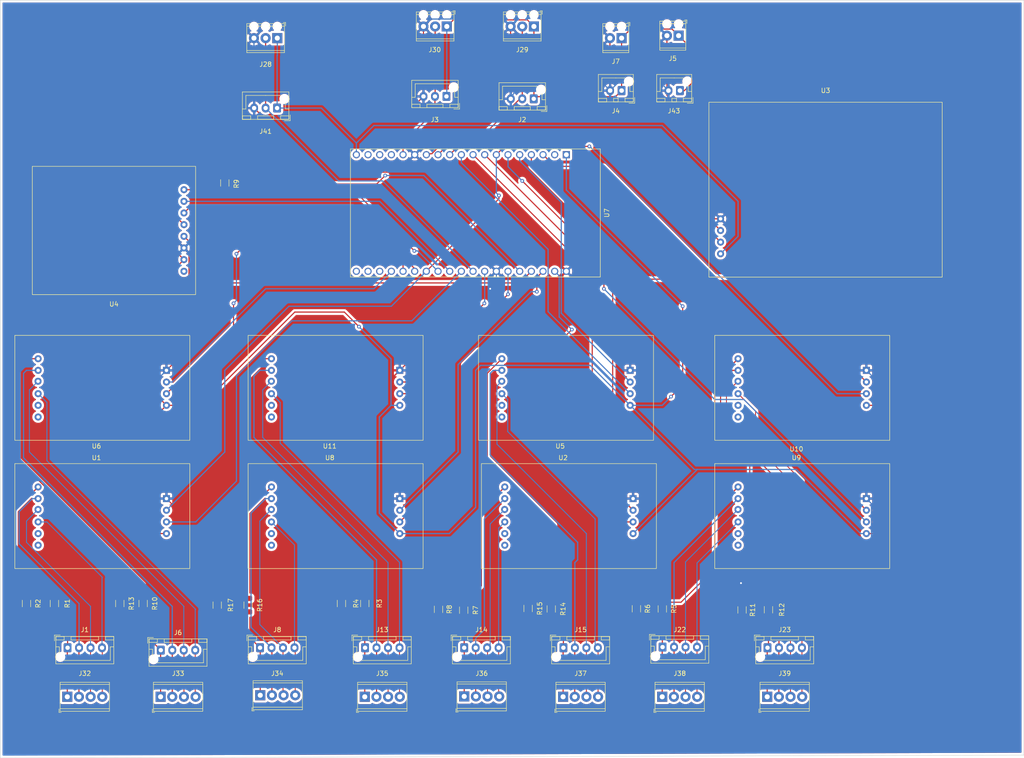
<source format=kicad_pcb>
(kicad_pcb (version 20211014) (generator pcbnew)
  (layers (0 "F.Cu" signal) (31 "B.Cu" signal) (34 "B.Paste" user) (35 "F.Paste" user) (36 "B.SilkS" user "B.Silkscreen") (37 "F.SilkS" user "F.Silkscreen") (38 "B.Mask" user) (39 "F.Mask" user) (44 "Edge.Cuts" user))
  (net 0 "")
  (net 1 "out1")
  (net 2 "u1")
  (net 3 "A1+")
  (net 4 "A1-")
  (net 5 "GND")
  (net 6 "IO19")
  (net 7 "Lipo")
  (net 8 "IO5")
  (net 9 "out2")
  (net 10 "u2")
  (net 11 "A2+")
  (net 12 "A2-")
  (net 13 "out3")
  (net 14 "u3")
  (net 15 "A3+")
  (net 16 "A3-")
  (net 17 "out4")
  (net 18 "u4")
  (net 19 "A4+")
  (net 20 "A4-")
  (net 21 "out5")
  (net 22 "u5")
  (net 23 "A5+")
  (net 24 "A5-")
  (net 25 "out6")
  (net 26 "u6")
  (net 27 "A6+")
  (net 28 "A6-")
  (net 29 "out7")
  (net 30 "u7")
  (net 31 "A7+")
  (net 32 "A7-")
  (net 33 "out8")
  (net 34 "u8")
  (net 35 "A8+")
  (net 36 "A8-")
  (net 37 "IO18")
  (net 38 "IO21")
  (net 39 "Net-(R1-Pad2)")
  (net 40 "Net-(R3-Pad2)")
  (net 41 "Net-(R5-Pad2)")
  (net 42 "+3V3")
  (net 43 "IO16")
  (net 44 "Net-(R10-Pad2)")
  (net 45 "Net-(R12-Pad2)")
  (net 46 "Net-(R14-Pad2)")
  (net 47 "Net-(R16-Pad2)")
  (net 49 "+5V")
  (net 50 "IO36")
  (net 51 "IO39")
  (net 52 "IO34")
  (net 53 "IO35")
  (net 54 "IO32")
  (net 55 "IO33")
  (net 56 "IO25")
  (net 57 "IO26")
  (net 58 "IO27")
  (net 59 "IO14")
  (net 60 "IO12")
  (net 61 "IO13")
  (net 65 "IO23")
  (net 66 "IO22")
  (net 67 "SCK{slash}CLK")
  (net 68 "SDO{slash}SD0")
  (net 69 "IO17")
  (net 70 "SDI{slash}SD1")
  (net 71 "IO2")
  (net 72 "IO15")
  (net 93 "Net-(R7-Pad2)")
  (footprint "Ellie_Project_Footprints:HX711_Breakout_Board" (layer "F.Cu") (at 90.805 127)
    (fp_text reference "U8")
    (fp_text value "HX711_Breakout")
  )
  (footprint "Resistor_SMD:R_1206_3216Metric" (layer "F.Cu") (at 133.985 145.8575 -90)
    (fp_text reference "R15")
    (fp_text value "470")
  )
  (footprint "Connector_JST:JST_XH_B3B-XH-AM_1x03_P2.50mm_Vertical" (layer "F.Cu") (at 116.205 34.29 180)
    (fp_text reference "J3")
    (fp_text value "Servo Conn 3")
  )
  (footprint "Connector_JST:JST_XH_B4B-XH-AM_1x04_P2.50mm_Vertical" (layer "F.Cu") (at 186.11 154.415)
    (fp_text reference "J23")
    (fp_text value "Load Cell 8.1")
  )
  (footprint "TerminalBlock_Phoenix:TerminalBlock_Phoenix_MPT-0,5-4-2.54_1x04_P2.54mm_Horizontal" (layer "F.Cu") (at 53.97 165.1)
    (fp_text reference "J33")
    (fp_text value "Load Cell 2.2")
  )
  (footprint "Ellie_Project_Footprints:HX711_Breakout_Board" (layer "F.Cu") (at 192.405 99.06)
    (fp_text reference "U10")
    (fp_text value "HX711_Breakout")
  )
  (footprint "Ellie_Project_Footprints:HX711_Breakout_Board" (layer "F.Cu") (at 40.005 99.06)
    (fp_text reference "U6")
    (fp_text value "HX711_Breakout")
  )
  (footprint "Resistor_SMD:R_1206_3216Metric" (layer "F.Cu") (at 93.345 144.78 -90)
    (fp_text reference "R4")
    (fp_text value "470")
  )
  (footprint "TerminalBlock_Phoenix:TerminalBlock_Phoenix_MPT-0,5-4-2.54_1x04_P2.54mm_Horizontal" (layer "F.Cu") (at 120.077983 165.019965)
    (fp_text reference "J36")
    (fp_text value "Load Cell 5.2")
  )
  (footprint "Resistor_SMD:R_1206_3216Metric" (layer "F.Cu") (at 66.296168 145.129426 -90)
    (fp_text reference "R17")
    (fp_text value "470")
  )
  (footprint "Connector_JST:JST_XH_B4B-XH-AM_1x04_P2.50mm_Vertical" (layer "F.Cu") (at 54.01 154.94)
    (fp_text reference "J6")
    (fp_text value "Load Cell 2.1")
  )
  (footprint "ESP32-DEVKITC-32D:MODULE_ESP32-DEVKITC-32D" (layer "F.Cu") (at 122.555 59.69 -90)
    (fp_text reference "U7")
    (fp_text value "ESP32-DEVKITC-32D")
  )
  (footprint "Resistor_SMD:R_1206_3216Metric" (layer "F.Cu") (at 30.85 144.78 90)
    (fp_text reference "R1")
    (fp_text value "820")
  )
  (footprint "Ellie_Project_Footprints:HX711_Breakout_Board" (layer "F.Cu") (at 90.805 99.06)
    (fp_text reference "U11")
    (fp_text value "HX711_Breakout")
  )
  (footprint "Resistor_SMD:R_1206_3216Metric" (layer "F.Cu") (at 186.323986 146.139662 90)
    (fp_text reference "R12")
    (fp_text value "820")
  )
  (footprint "Connector_JST:JST_XH_B3B-XH-AM_1x03_P2.50mm_Vertical" (layer "F.Cu") (at 79.335 36.83 180)
    (fp_text reference "J41")
    (fp_text value "Flow Meter Conn 1")
  )
  (footprint "Resistor_SMD:R_1206_3216Metric" (layer "F.Cu") (at 98.425 144.78 90)
    (fp_text reference "R3")
    (fp_text value "820")
  )
  (footprint "Ellie_Project_Footprints:HX711_Breakout_Board" (layer "F.Cu") (at 140.97 99.06)
    (fp_text reference "U5")
    (fp_text value "HX711_Breakout")
  )
  (footprint "Resistor_SMD:R_1206_3216Metric" (layer "F.Cu") (at 67.945 53.1475 -90)
    (fp_text reference "R9")
    (fp_text value "10k")
  )
  (footprint "Ellie_Project_Footprints:HX711_Breakout_Board" (layer "F.Cu") (at 192.405 127)
    (fp_text reference "U9")
    (fp_text value "HX711_Breakout")
  )
  (footprint "Resistor_SMD:R_1206_3216Metric" (layer "F.Cu") (at 163.21089 145.960337 90)
    (fp_text reference "R5")
    (fp_text value "820")
  )
  (footprint "Connector_JST:JST_XH_B3B-XH-AM_1x03_P2.50mm_Vertical" (layer "F.Cu") (at 135.215 34.815 180)
    (fp_text reference "J2")
    (fp_text value "Servo Conn 1")
  )
  (footprint "Connector_JST:JST_XH_B4B-XH-AM_1x04_P2.50mm_Vertical" (layer "F.Cu") (at 163.265 154.270536)
    (fp_text reference "J22")
    (fp_text value "Load Cell 7.1")
  )
  (footprint "Resistor_SMD:R_1206_3216Metric" (layer "F.Cu") (at 50.165 144.78 90)
    (fp_text reference "R10")
    (fp_text value "820")
  )
  (footprint "TerminalBlock_Phoenix:TerminalBlock_Phoenix_MPT-0,5-4-2.54_1x04_P2.54mm_Horizontal" (layer "F.Cu") (at 163.185 165.1)
    (fp_text reference "J38")
    (fp_text value "Load Cell 7.2")
  )
  (footprint "Resistor_SMD:R_1206_3216Metric" (layer "F.Cu") (at 139.028114 145.963053 90)
    (fp_text reference "R14")
    (fp_text value "820")
  )
  (footprint "Ellie_Project_Footprints:HX711_Breakout_Board" (layer "F.Cu") (at 141.605 127)
    (fp_text reference "U2")
    (fp_text value "HX711_Breakout")
  )
  (footprint "TerminalBlock_Phoenix:TerminalBlock_Phoenix_MPT-0,5-2-2.54_1x02_P2.54mm_Horizontal" (layer "F.Cu") (at 154.345 21.59 180)
    (fp_text reference "J7")
    (fp_text value "NC Conn 2")
  )
  (footprint "TerminalBlock_Phoenix:TerminalBlock_Phoenix_MPT-0,5-2-2.54_1x02_P2.54mm_Horizontal" (layer "F.Cu") (at 166.755 21.05 180)
    (fp_text reference "J5")
    (fp_text value "NC Conn 2")
  )
  (footprint "Connector_JST:JST_XH_B4B-XH-AM_1x04_P2.50mm_Vertical" (layer "F.Cu") (at 75.62 154.415)
    (fp_text reference "J8")
    (fp_text value "Load Cell 3.1")
  )
  (footprint "TerminalBlock_Phoenix:TerminalBlock_Phoenix_MPT-0,5-4-2.54_1x04_P2.54mm_Horizontal" (layer "F.Cu") (at 75.665656 164.765581)
    (fp_text reference "J34")
    (fp_text value "Load Cell 3.2")
  )
  (footprint "TerminalBlock_Phoenix:TerminalBlock_Phoenix_MPT-0,5-4-2.54_1x04_P2.54mm_Horizontal" (layer "F.Cu") (at 98.425 165.1)
    (fp_text reference "J35")
    (fp_text value "Load Cell 4.2")
  )
  (footprint "Connector_JST:JST_XH_B2B-XH-AM_1x02_P2.50mm_Vertical" (layer "F.Cu") (at 167.045 33.02 180)
    (fp_text reference "J43")
    (fp_text value "NC Conn")
  )
  (footprint "Resistor_SMD:R_1206_3216Metric" (layer "F.Cu") (at 73.025 145.129426 90)
    (fp_text reference "R16")
    (fp_text value "820")
  )
  (footprint "Resistor_SMD:R_1206_3216Metric" (layer "F.Cu") (at 157.5674 145.923452 -90)
    (fp_text reference "R6")
    (fp_text value "470")
  )
  (footprint "TerminalBlock_Phoenix:TerminalBlock_Phoenix_MPT-0,5-4-2.54_1x04_P2.54mm_Horizontal" (layer "F.Cu") (at 186.045 165.1)
    (fp_text reference "J39")
    (fp_text value "Load Cell 8.2")
  )
  (footprint "Resistor_SMD:R_1206_3216Metric" (layer "F.Cu") (at 24.765 144.78 -90)
    (fp_text reference "R2")
    (fp_text value "470")
  )
  (footprint "Connector_JST:JST_XH_B4B-XH-AM_1x04_P2.50mm_Vertical" (layer "F.Cu") (at 120.075 154.415)
    (fp_text reference "J14")
    (fp_text value "Load Cell 5.1")
  )
  (footprint "Ellie_Project_Footprints:Relay_Breakout" (layer "F.Cu") (at 198.755 55.88 180)
    (fp_text reference "U3")
    (fp_text value "Relay_Board")
  )
  (footprint "Connector_JST:JST_XH_B2B-XH-AM_1x02_P2.50mm_Vertical" (layer "F.Cu") (at 154.345 33.02 180)
    (fp_text reference "J4")
    (fp_text value "NC Conn")
  )
  (footprint "Resistor_SMD:R_1206_3216Metric" (layer "F.Cu") (at 114.480658 146.048492 -90)
    (fp_text reference "R8")
    (fp_text value "470")
  )
  (footprint "Resistor_SMD:R_1206_3216Metric" (layer "F.Cu") (at 119.964311 146.233547 90)
    (fp_text reference "R7")
    (fp_text value "820")
  )
  (footprint "TerminalBlock_Phoenix:TerminalBlock_Phoenix_MPT-0,5-3-2.54_1x03_P2.54mm_Horizontal" (layer "F.Cu") (at 79.375 21.59 180)
    (fp_text reference "J28")
    (fp_text value "Flow Meter Conn 2")
  )
  (footprint "Ellie_Project_Footprints:HX711_Breakout_Board" (layer "F.Cu") (at 40.005 127)
    (fp_text reference "U1")
    (fp_text value "HX711_Breakout")
  )
  (footprint "TerminalBlock_Phoenix:TerminalBlock_Phoenix_MPT-0,5-3-2.54_1x03_P2.54mm_Horizontal" (layer "F.Cu") (at 135.255 19.05 180)
    (fp_text reference "J29")
    (fp_text value "Servo Conn 2")
  )
  (footprint "Resistor_SMD:R_1206_3216Metric" (layer "F.Cu") (at 45.085 144.78 -90)
    (fp_text reference "R13")
    (fp_text value "470")
  )
  (footprint "Ellie_Project_Footprints:SD_Card_Breakout" (layer "F.Cu") (at 43.815 64.77)
    (fp_text reference "U4")
    (fp_text value "SD_Card_Reader")
  )
  (footprint "Connector_JST:JST_XH_B4B-XH-AM_1x04_P2.50mm_Vertical" (layer "F.Cu") (at 141.67 154.415)
    (fp_text reference "J15")
    (fp_text value "Load Cell 6.1")
  )
  (footprint "TerminalBlock_Phoenix:TerminalBlock_Phoenix_MPT-0,5-4-2.54_1x04_P2.54mm_Horizontal" (layer "F.Cu") (at 141.605 165.1)
    (fp_text reference "J37")
    (fp_text value "Load Cell 6.2")
  )
  (footprint "Resistor_SMD:R_1206_3216Metric" (layer "F.Cu") (at 180.569838 146.176547 -90)
    (fp_text reference "R11")
    (fp_text value "470")
  )
  (footprint "Connector_JST:JST_XH_B4B-XH-AM_1x04_P2.50mm_Vertical" (layer "F.Cu") (at 33.715 154.415)
    (fp_text reference "J1")
    (fp_text value "Load Cell 1.1")
  )
  (footprint "Connector_JST:JST_XH_B4B-XH-AM_1x04_P2.50mm_Vertical" (layer "F.Cu") (at 98.49 154.415)
    (fp_text reference "J13")
    (fp_text value "Load Cell 4.1")
  )
  (footprint "TerminalBlock_Phoenix:TerminalBlock_Phoenix_MPT-0,5-4-2.54_1x04_P2.54mm_Horizontal" (layer "F.Cu") (at 33.65 165.1)
    (fp_text reference "J32")
    (fp_text value "Load Cell 1.2")
  )
  (footprint "TerminalBlock_Phoenix:TerminalBlock_Phoenix_MPT-0,5-3-2.54_1x03_P2.54mm_Horizontal" (layer "F.Cu") (at 116.285 19.05 180)
    (fp_text reference "J30")
    (fp_text value "Servo Conn 4")
  )
  (gr_line (start 19.05 13.335) (end 19.05 178.435) (layer "Edge.Cuts") (width 0.1))
  (gr_line (start 241.935 177.8) (end 241.935 13.335) (layer "Edge.Cuts") (width 0.1))
  (gr_line (start 19.05 178.435) (end 241.935 177.8) (layer "Edge.Cuts") (width 0.1))
  (gr_line (start 241.935 13.335) (end 19.05 13.335) (layer "Edge.Cuts") (width 0.1))
  (gr_text "ELLIE" (at 29.21 20.955) (layer "F.Cu") (effects (font (size 5 3) (thickness 0.3))))
  (segment (start 30.85 146.2425) (end 33.715 149.1075) (width 0.25) (layer "F.Cu") (net 1))
  (segment (start 33.65 154.48) (end 33.65 165.1) (width 0.25) (layer "F.Cu") (net 1))
  (segment (start 25.485 146.2425) (end 30.85 146.2425) (width 0.25) (layer "F.Cu") (net 1))
  (segment (start 33.715 149.1075) (end 33.715 154.415) (width 0.25) (layer "F.Cu") (net 1))
  (segment (start 33.715 154.415) (end 33.65 154.48) (width 0.25) (layer "F.Cu") (net 1))
  (segment (start 36.19 165.1) (end 36.19 154.44) (width 0.25) (layer "F.Cu") (net 2))
  (segment (start 36.19 154.44) (end 36.215 154.415) (width 0.25) (layer "F.Cu") (net 2))
  (segment (start 23.1775 124.7775) (end 23.1775 131.7625) (width 0.25) (layer "B.Cu") (net 2))
  (segment (start 27.305 121.92) (end 26.035 121.92) (width 0.25) (layer "B.Cu") (net 2))
  (segment (start 23.1775 124.7775) (end 26.035 121.92) (width 0.25) (layer "B.Cu") (net 2))
  (segment (start 36.215 144.8) (end 36.215 154.415) (width 0.25) (layer "B.Cu") (net 2))
  (segment (start 23.1775 131.7625) (end 36.215 144.8) (width 0.25) (layer "B.Cu") (net 2))
  (segment (start 41.27 165.1) (end 41.27 154.47) (width 0.2) (layer "F.Cu") (net 3))
  (segment (start 41.27 154.47) (end 41.215 154.415) (width 0.2) (layer "F.Cu") (net 3))
  (segment (start 41.275 139.065) (end 41.215 139.125) (width 0.2) (layer "B.Cu") (net 3))
  (segment (start 27.305 127) (end 29.21 127) (width 0.2) (layer "B.Cu") (net 3))
  (segment (start 41.215 139.125) (end 41.215 154.415) (width 0.2) (layer "B.Cu") (net 3))
  (segment (start 29.21 127) (end 41.275 139.065) (width 0.2) (layer "B.Cu") (net 3))
  (segment (start 38.715 154.415) (end 38.715 165.085) (width 0.2) (layer "F.Cu") (net 4))
  (segment (start 38.715 165.085) (end 38.73 165.1) (width 0.2) (layer "F.Cu") (net 4))
  (segment (start 38.735 145.415) (end 38.715 145.435) (width 0.2) (layer "B.Cu") (net 4))
  (segment (start 38.715 145.435) (end 38.715 154.415) (width 0.2) (layer "B.Cu") (net 4))
  (segment (start 24.765 131.445) (end 38.735 145.415) (width 0.2) (layer "B.Cu") (net 4))
  (segment (start 24.765 126.808041) (end 24.765 131.445) (width 0.2) (layer "B.Cu") (net 4))
  (segment (start 27.283895 124.289146) (end 24.765 126.808041) (width 0.2) (layer "B.Cu") (net 4))
  (segment (start 130.175 19.05) (end 130.175 34.21) (width 0.25) (layer "F.Cu") (net 5))
  (segment (start 158.115 121.92) (end 160.02 123.825) (width 0.25) (layer "F.Cu") (net 5))
  (segment (start 180.34 140.335) (end 180.569838 140.564838) (width 0.25) (layer "F.Cu") (net 5))
  (segment (start 104.775 95.25) (end 123.825 76.2) (width 0.25) (layer "F.Cu") (net 5))
  (segment (start 142.315 72.39) (end 140.41 70.485) (width 0.25) (layer "F.Cu") (net 5))
  (segment (start 133.985 144.395) (end 134.87 144.395) (width 0.25) (layer "F.Cu") (net 5))
  (segment (start 64.135 145.415) (end 64.548094 145.415) (width 0.25) (layer "F.Cu") (net 5))
  (segment (start 162.56 97.155) (end 159.385 93.98) (width 0.25) (layer "F.Cu") (net 5))
  (segment (start 90.644511 44.924511) (end 82.429511 44.924511) (width 0.25) (layer "F.Cu") (net 5))
  (segment (start 91.482981 145.179519) (end 93.345 143.3175) (width 0.25) (layer "F.Cu") (net 5))
  (segment (start 130.175 34.21) (end 130.255 34.29) (width 0.25) (layer "F.Cu") (net 5))
  (segment (start 160.02 137.795) (end 156.845 140.97) (width 0.25) (layer "F.Cu") (net 5))
  (segment (start 26.9475 144.78) (end 43.6225 144.78) (width 0.25) (layer "F.Cu") (net 5))
  (segment (start 55.18548 144.20452) (end 59.69 139.7) (width 0.25) (layer "F.Cu") (net 5))
  (segment (start 106.045 120.65) (end 106.045 121.92) (width 0.25) (layer "F.Cu") (net 5))
  (segment (start 106.045 93.98) (end 104.775 95.25) (width 0.25) (layer "F.Cu") (net 5))
  (segment (start 125.093054 144.395) (end 133.985 144.395) (width 0.25) (layer "F.Cu") (net 5))
  (segment (start 140.41 70.485) (end 128.98 70.485) (width 0.25) (layer "F.Cu") (net 5))
  (segment (start 122.679027 146.809027) (end 125.093054 144.395) (width 0.25) (layer "F.Cu") (net 5))
  (segment (start 111.205 34.29) (end 111.205 19.05) (width 0.25) (layer "F.Cu") (net 5))
  (segment (start 45.085 143.3175) (end 47.12298 145.35548) (width 0.25) (layer "F.Cu") (net 5))
  (segment (start 160.02 123.825) (end 160.02 137.795) (width 0.25) (layer "F.Cu") (net 5))
  (segment (start 66.296168 143.666926) (end 67.808761 145.179519) (width 0.25) (layer "F.Cu") (net 5))
  (segment (start 59.69 126.365) (end 55.245 121.92) (width 0.25) (layer "F.Cu") (net 5))
  (segment (start 25.485 143.3175) (end 26.9475 144.78) (width 0.25) (layer "F.Cu") (net 5))
  (segment (start 157.5674 144.460952) (end 157.5674 143.4226) (width 0.25) (layer "F.Cu") (net 5))
  (segment (start 156.845 121.92) (end 158.115 121.92) (width 0.25) (layer "F.Cu") (net 5))
  (segment (start 136.525 146.05) (end 155.978352 146.05) (width 0.25) (layer "F.Cu") (net 5))
  (segment (start 164.545 50.880717) (end 164.545 33.02) (width 0.25) (layer "F.Cu") (net 5))
  (segment (start 96.52 50.8) (end 90.644511 44.924511) (width 0.25) (layer "F.Cu") (net 5))
  (segment (start 93.345 143.3175) (end 94.23202 144.20452) (width 0.25) (layer "F.Cu") (net 5))
  (segment (start 43.6225 144.78) (end 45.085 143.3175) (width 0.25) (layer "F.Cu") (net 5))
  (segment (start 177.165 146.05) (end 159.156448 146.05) (width 0.25) (layer "F.Cu") (net 5))
  (segment (start 67.808761 145.179519) (end 91.482981 145.179519) (width 0.25) (layer "F.Cu") (net 5))
  (segment (start 180.569838 140.564838) (end 180.569838 144.714047) (width 0.25) (layer "F.Cu") (net 5))
  (segment (start 94.23202 144.20452) (end 114.099186 144.20452) (width 0.25) (layer "F.Cu") (net 5))
  (segment (start 159.156448 146.05) (end 157.5674 144.460952) (width 0.25) (layer "F.Cu") (net 5))
  (segment (start 159.385 93.98) (end 156.21 93.98) (width 0.25) (layer "F.Cu") (net 5))
  (segment (start 162.56 138.43) (end 162.56 97.155) (width 0.25) (layer "F.Cu") (net 5))
  (segment (start 105.485 50.8) (end 96.52 50.8) (width 0.25) (layer "F.Cu") (net 5))
  (segment (start 174.624283 60.96) (end 164.545 50.880717) (width 0.25) (layer "F.Cu") (net 5))
  (segment (start 151.805 32.98) (end 151.845 33.02) (width 0.25) (layer "F.Cu") (net 5))
  (segment (start 114.480658 144.585992) (end 116.703693 146.809027) (width 0.25) (layer "F.Cu") (net 5))
  (segment (start 180.569838 144.714047) (end 178.500953 144.714047) (width 0.25) (layer "F.Cu") (net 5))
  (segment (start 155.978352 146.05) (end 157.5674 144.460952) (width 0.25) (layer "F.Cu") (net 5))
  (segment (start 156.845 140.97) (end 156.845 143.738552) (width 0.25) (layer "F.Cu") (net 5))
  (segment (start 60.141511 89.083489) (end 55.245 93.98) (width 0.25) (layer "F.Cu") (net 5))
  (segment (start 156.845 143.738552) (end 157.5674 144.460952) (width 0.25) (layer "F.Cu") (net 5))
  (segment (start 164.465 34.29) (end 164.545 34.21) (width 0.25) (layer "F.Cu") (net 5))
  (segment (start 59.69 139.7) (end 59.69 126.365) (width 0.25) (layer "F.Cu") (net 5))
  (segment (start 103.505 96.52) (end 103.505 118.11) (width 0.25) (layer "F.Cu") (net 5))
  (segment (start 134.87 144.395) (end 136.525 146.05) (width 0.25) (layer "F.Cu") (net 5))
  (segment (start 178.500953 144.714047) (end 177.165 146.05) (width 0.25) (layer "F.Cu") (net 5))
  (segment (start 82.429511 44.924511) (end 74.335 36.83) (width 0.25) (layer "F.Cu") (net 5))
  (segment (start 104.775 95.25) (end 103.505 96.52) (width 0.25) (layer "F.Cu") (net 5))
  (segment (start 151.805 21.59) (end 151.805 32.98) (width 0.25) (layer "F.Cu") (net 5))
  (segment (start 109.295 46.99) (end 105.485 50.8) (width 0.25) (layer "F.Cu") (net 5))
  (segment (start 111.205 34.29) (end 100.570489 44.924511) (width 0.25) (layer "F.Cu") (net 5))
  (segment (start 116.703693 146.809027) (end 122.679027 146.809027) (width 0.25) (layer "F.Cu") (net 5))
  (segment (start 45.97202 144.20452) (end 55.18548 144.20452) (width 0.25) (layer "F.Cu") (net 5))
  (segment (start 164.215 21.05) (end 164.215 34.04) (width 0.25) (layer "F.Cu") (net 5))
  (segment (start 175.895 60.96) (end 174.624283 60.96) (width 0.25) (layer "F.Cu") (net 5))
  (segment (start 47.12298 145.35548) (end 64.07548 145.35548) (width 0.25) (layer "F.Cu") (net 5))
  (segment (start 64.07548 145.35548) (end 64.135 145.415) (width 0.25) (layer "F.Cu") (net 5))
  (segment (start 100.570489 44.924511) (end 90.644511 44.924511) (width 0.25) (layer "F.Cu") (net 5))
  (segment (start 157.5674 143.4226) (end 162.56 138.43) (width 0.25) (layer "F.Cu") (net 5))
  (segment (start 59.055 67.31) (end 60.141511 68.396511) (width 0.25) (layer "F.Cu") (net 5))
  (segment (start 103.505 118.11) (end 106.045 120.65) (width 0.25) (layer "F.Cu") (net 5))
  (segment (start 60.141511 68.396511) (end 60.141511 89.083489) (width 0.25) (layer "F.Cu") (net 5))
  (segment (start 123.825 76.2) (end 125.73 76.2) (width 0.25) (layer "F.Cu") (net 5))
  (segment (start 114.099186 144.20452) (end 114.480658 144.585992) (width 0.25) (layer "F.Cu") (net 5))
  (segment (start 45.085 143.3175) (end 45.97202 144.20452) (width 0.25) (layer "F.Cu") (net 5))
  (segment (start 164.215 34.04) (end 164.465 34.29) (width 0.25) (layer "F.Cu") (net 5))
  (segment (start 64.548094 145.415) (end 66.296168 143.666926) (width 0.25) (layer "F.Cu") (net 5))
  (segment (start 128.98 70.485) (end 127.075 72.39) (width 0.25) (layer "F.Cu") (net 5))
  (segment (start 164.545 34.21) (end 164.545 33.02) (width 0.25) (layer "F.Cu") (net 5))
  (via (at 125.73 76.2) (size 0.8) (drill 0.4) (layers "F.Cu" "B.Cu") (net 5))
  (via (at 180.34 140.335) (size 0.8) (drill 0.4) (layers "F.Cu" "B.Cu") (net 5))
  (segment (start 211.455 121.285) (end 211.455 97.79) (width 0.25) (layer "B.Cu") (net 5))
  (segment (start 52.705 121.92) (end 55.245 121.92) (width 0.25) (layer "B.Cu") (net 5))
  (segment (start 128.559521 17.434521) (end 130.175 19.05) (width 0.25) (layer "B.Cu") (net 5))
  (segment (start 208.731511 130.358489) (end 198.755 140.335) (width 0.25) (layer "B.Cu") (net 5))
  (segment (start 156.21 86.285) (end 142.315 72.39) (width 0.25) (layer "B.Cu") (net 5))
  (segment (start 111.205 19.05) (end 112.820479 17.434521) (width 0.25) (layer "B.Cu") (net 5))
  (segment (start 74.295 36.79) (end 74.335 36.83) (width 0.25) (layer "B.Cu") (net 5))
  (segment (start 125.73 76.2) (end 127 76.2) (width 0.25) (layer "B.Cu") (net 5))
  (segment (start 55.245 93.98) (end 49.53 99.695) (width 0.25) (layer "B.Cu") (net 5))
  (segment (start 74.335 36.83) (end 73.025 36.83) (width 0.25) (layer "B.Cu") (net 5))
  (segment (start 161.37 29.845) (end 164.545 33.02) (width 0.25) (layer "B.Cu") (net 5))
  (segment (start 74.295 21.59) (end 74.295 36.79) (width 0.25) (layer "B.Cu") (net 5))
  (segment (start 56.515 53.34) (end 56.515 64.77) (width 0.25) (layer "B.Cu") (net 5))
  (segment (start 151.845 33.02) (end 155.02 29.845) (width 0.25) (layer "B.Cu") (net 5))
  (segment (start 49.53 99.695) (end 49.53 118.745) (width 0.25) (layer "B.Cu") (net 5))
  (segment (start 151.845 33.02) (end 149.94 31.115) (width 0.25) (layer "B.Cu") (net 5))
  (segment (start 211.455 97.79) (end 207.645 93.98) (width 0.25) (layer "B.Cu") (net 5))
  (segment (start 156.21 93.98) (end 156.21 86.285) (width 0.25) (layer "B.Cu") (net 5))
  (segment (start 208.731511 123.006511) (end 208.731511 130.358489) (width 0.25) (layer "B.Cu") (net 5))
  (segment (start 73.025 36.83) (end 56.515 53.34) (width 0.25) (layer "B.Cu") (net 5))
  (segment (start 207.645 121.92) (end 208.731511 123.006511) (width 0.25) (layer "B.Cu") (net 5))
  (segment (start 210.82 121.92) (end 211.455 121.285) (width 0.25) (layer "B.Cu") (net 5))
  (segment (start 56.515 64.77) (end 59.055 67.31) (width 0.25) (layer "B.Cu") (net 5))
  (segment (start 133.43 31.115) (end 130.255 34.29) (width 0.25) (layer "B.Cu") (net 5))
  (segment (start 155.02 29.845) (end 161.37 29.845) (width 0.25) (layer "B.Cu") (net 5))
  (segment (start 127 76.2) (end 127.075 76.275) (width 0.25) (layer "B.Cu") (net 5))
  (segment (start 130.255 34.29) (end 130.255 35.005) (width 0.25) (layer "B.Cu") (net 5))
  (segment (start 49.53 118.745) (end 52.705 121.92) (width 0.25) (layer "B.Cu") (net 5))
  (segment (start 207.645 121.92) (end 210.82 121.92) (width 0.25) (layer "B.Cu") (net 5))
  (segment (start 127.075 76.275) (end 127.075 72.39) (width 0.25) (layer "B.Cu") (net 5))
  (segment (start 198.755 140.335) (end 180.34 140.335) (width 0.25) (layer "B.Cu") (net 5))
  (segment (start 112.820479 17.434521) (end 128.559521 17.434521) (width 0.25) (layer "B.Cu") (net 5))
  (segment (start 149.94 31.115) (end 133.43 31.115) (width 0.25) (layer "B.Cu") (net 5))
  (segment (start 124.46 79.375) (end 107.315 96.52) (width 0.25) (layer "F.Cu") (net 6))
  (segment (start 107.315 96.52) (end 106.045 96.52) (width 0.25) (layer "F.Cu") (net 6))
  (via (at 124.46 79.375) (size 0.8) (drill 0.4) (layers "F.Cu" "B.Cu") (net 6))
  (segment (start 124.535 79.3) (end 124.46 79.375) (width 0.25) (layer "B.Cu") (net 6))
  (segment (start 124.535 72.39) (end 124.535 79.3) (width 0.25) (layer "B.Cu") (net 6))
  (segment (start 117.709511 17.625489) (end 116.285 19.05) (width 0.25) (layer "F.Cu") (net 7))
  (segment (start 154.345 33.02) (end 153.02048 34.34452) (width 0.25) (layer "F.Cu") (net 7))
  (segment (start 169.619521 23.914521) (end 166.755 21.05) (width 0.25) (layer "F.Cu") (net 7))
  (segment (start 153.02048 34.34452) (end 135.30952 34.34452) (width 0.25) (layer "F.Cu") (net 7))
  (segment (start 165.330489 19.625489) (end 166.755 21.05) (width 0.25) (layer "F.Cu") (net 7))
  (segment (start 156.309511 19.625489) (end 165.330489 19.625489) (width 0.25) (layer "F.Cu") (net 7))
  (segment (start 168.023182 33.02) (end 169.619521 31.423661) (width 0.25) (layer "F.Cu") (net 7))
  (segment (start 135.30952 34.34452) (end 135.255 34.29) (width 0.25) (layer "F.Cu") (net 7))
  (segment (start 154.345 21.59) (end 156.309511 19.625489) (width 0.25) (layer "F.Cu") (net 7))
  (segment (start 135.255 19.05) (end 133.830489 17.625489) (width 0.25) (layer "F.Cu") (net 7))
  (segment (start 167.045 33.02) (end 168.023182 33.02) (width 0.25) (layer "F.Cu") (net 7))
  (segment (start 133.830489 17.625489) (end 117.709511 17.625489) (width 0.25) (layer "F.Cu") (net 7))
  (segment (start 154.345 33.02) (end 154.345 21.59) (width 0.25) (layer "F.Cu") (net 7))
  (segment (start 169.619521 31.423661) (end 169.619521 23.914521) (width 0.25) (layer "F.Cu") (net 7))
  (segment (start 135.255 19.05) (end 135.255 34.29) (width 0.25) (layer "F.Cu") (net 7))
  (segment (start 116.285 19.05) (end 116.285 34.21) (width 0.25) (layer "B.Cu") (net 7))
  (segment (start 116.285 34.21) (end 116.205 34.29) (width 0.25) (layer "B.Cu") (net 7))
  (segment (start 70.485 95.25) (end 70.485 118.11) (width 0.25) (layer "B.Cu") (net 8))
  (segment (start 119.455 72.39) (end 108.66 83.185) (width 0.25) (layer "B.Cu") (net 8))
  (segment (start 70.485 118.11) (end 61.595 127) (width 0.25) (layer "B.Cu") (net 8))
  (segment (start 108.66 83.185) (end 82.55 83.185) (width 0.25) (layer "B.Cu") (net 8))
  (segment (start 61.595 127) (end 55.245 127) (width 0.25) (layer "B.Cu") (net 8))
  (segment (start 82.55 83.185) (end 70.485 95.25) (width 0.25) (layer "B.Cu") (net 8))
  (segment (start 50.165 151.095) (end 54.01 154.94) (width 0.25) (layer "F.Cu") (net 9))
  (segment (start 53.97 165.1) (end 53.97 154.98) (width 0.25) (layer "F.Cu") (net 9))
  (segment (start 45.085 146.2425) (end 50.165 146.2425) (width 0.25) (layer "F.Cu") (net 9))
  (segment (start 50.165 146.2425) (end 50.165 151.095) (width 0.25) (layer "F.Cu") (net 9))
  (segment (start 53.97 154.98) (end 54.01 154.94) (width 0.25) (layer "F.Cu") (net 9))
  (segment (start 56.51 154.94) (end 56.51 165.1) (width 0.25) (layer "F.Cu") (net 10))
  (segment (start 24.13 94.615) (end 24.13 113.03) (width 0.25) (layer "B.Cu") (net 10))
  (segment (start 56.51 145.41) (end 56.51 154.94) (width 0.25) (layer "B.Cu") (net 10))
  (segment (start 27.305 93.98) (end 24.765 93.98) (width 0.25) (layer "B.Cu") (net 10))
  (segment (start 24.765 93.98) (end 24.13 94.615) (width 0.25) (layer "B.Cu") (net 10))
  (segment (start 24.13 113.03) (end 56.51 145.41) (width 0.25) (layer "B.Cu") (net 10))
  (segment (start 61.51 165.02) (end 61.59 165.1) (width 0.2) (layer "F.Cu") (net 11))
  (segment (start 61.51 154.94) (end 61.51 165.02) (width 0.2) (layer "F.Cu") (net 11))
  (segment (start 29.21 100.965) (end 29.21 113.665) (width 0.2) (layer "B.Cu") (net 11))
  (segment (start 61.51 146.135) (end 61.51 154.94) (width 0.2) (layer "B.Cu") (net 11))
  (segment (start 27.305 99.06) (end 29.21 100.965) (width 0.2) (layer "B.Cu") (net 11))
  (segment (start 29.21 113.665) (end 61.595 146.05) (width 0.2) (layer "B.Cu") (net 11))
  (segment (start 61.595 146.05) (end 61.51 146.135) (width 0.2) (layer "B.Cu") (net 11))
  (segment (start 59.05 154.98) (end 59.01 154.94) (width 0.2) (layer "F.Cu") (net 12))
  (segment (start 59.05 165.1) (end 59.05 154.98) (width 0.2) (layer "F.Cu") (net 12))
  (segment (start 27.283895 96.349146) (end 25.4 98.233041) (width 0.2) (layer "B.Cu") (net 12))
  (segment (start 59.01 145.46) (end 59.01 154.94) (width 0.2) (layer "B.Cu") (net 12))
  (segment (start 25.4 111.76) (end 59.055 145.415) (width 0.2) (layer "B.Cu") (net 12))
  (segment (start 25.4 98.233041) (end 25.4 111.76) (width 0.2) (layer "B.Cu") (net 12))
  (segment (start 59.055 145.415) (end 59.01 145.46) (width 0.2) (layer "B.Cu") (net 12))
  (segment (start 66.296168 146.591926) (end 72.646168 146.591926) (width 0.25) (layer "F.Cu") (net 13))
  (segment (start 75.62 154.415) (end 75.665656 154.460656) (width 0.25) (layer "F.Cu") (net 13))
  (segment (start 72.646168 146.591926) (end 72.646168 151.441168) (width 0.25) (layer "F.Cu") (net 13))
  (segment (start 72.646168 151.441168) (end 75.62 154.415) (width 0.25) (layer "F.Cu") (net 13))
  (segment (start 75.665656 154.460656) (end 75.665656 164.765581) (width 0.25) (layer "F.Cu") (net 13))
  (segment (start 78.205656 164.765581) (end 78.205656 154.500656) (width 0.25) (layer "F.Cu") (net 14))
  (segment (start 78.205656 154.500656) (end 78.12 154.415) (width 0.25) (layer "F.Cu") (net 14))
  (segment (start 76.835 121.92) (end 73.66 125.095) (width 0.25) (layer "B.Cu") (net 14))
  (segment (start 78.105 121.92) (end 76.835 121.92) (width 0.25) (layer "B.Cu") (net 14))
  (segment (start 73.66 149.955) (end 78.12 154.415) (width 0.25) (layer "B.Cu") (net 14))
  (segment (start 73.66 125.095) (end 73.66 149.955) (width 0.25) (layer "B.Cu") (net 14))
  (segment (start 83.285656 164.765581) (end 83.285656 154.580656) (width 0.2) (layer "F.Cu") (net 15))
  (segment (start 83.285656 154.580656) (end 83.12 154.415) (width 0.2) (layer "F.Cu") (net 15))
  (segment (start 83.12 132.015) (end 83.12 154.415) (width 0.2) (layer "B.Cu") (net 15))
  (segment (start 78.105 127) (end 83.12 132.015) (width 0.2) (layer "B.Cu") (net 15))
  (segment (start 80.62 154.415) (end 80.62 164.639925) (width 0.2) (layer "F.Cu") (net 16))
  (segment (start 80.62 164.639925) (end 80.745656 164.765581) (width 0.2) (layer "F.Cu") (net 16))
  (segment (start 75.565 126.808041) (end 75.565 149.36) (width 0.2) (layer "B.Cu") (net 16))
  (segment (start 75.565 149.36) (end 80.62 154.415) (width 0.2) (layer "B.Cu") (net 16))
  (segment (start 78.083895 124.289146) (end 75.565 126.808041) (width 0.2) (layer "B.Cu") (net 16))
  (segment (start 98.425 154.35) (end 98.49 154.415) (width 0.25) (layer "F.Cu") (net 17))
  (segment (start 98.425 146.2425) (end 98.425 154.35) (width 0.25) (layer "F.Cu") (net 17))
  (segment (start 93.345 146.2425) (end 98.425 146.2425) (width 0.25) (layer "F.Cu") (net 17))
  (segment (start 98.425 165.1) (end 98.425 154.48) (width 0.25) (layer "F.Cu") (net 17))
  (segment (start 98.425 154.48) (end 98.49 154.415) (width 0.25) (layer "F.Cu") (net 17))
  (segment (start 100.99 154.415) (end 100.99 165.075) (width 0.25) (layer "F.Cu") (net 18))
  (segment (start 100.99 165.075) (end 100.965 165.1) (width 0.25) (layer "F.Cu") (net 18))
  (segment (start 100.99 135.28) (end 100.99 154.415) (width 0.25) (layer "B.Cu") (net 18))
  (segment (start 78.105 93.98) (end 75.565 93.98) (width 0.25) (layer "B.Cu") (net 18))
  (segment (start 74.295 108.585) (end 100.99 135.28) (width 0.25) (layer "B.Cu") (net 18))
  (segment (start 75.565 93.98) (end 74.295 95.25) (width 0.25) (layer "B.Cu") (net 18))
  (segment (start 74.295 95.25) (end 74.295 108.585) (width 0.25) (layer "B.Cu") (net 18))
  (segment (start 105.99 165.045) (end 106.045 165.1) (width 0.2) (layer "F.Cu") (net 19))
  (segment (start 105.99 154.415) (end 105.99 165.045) (width 0.2) (layer "F.Cu") (net 19))
  (segment (start 78.105 99.06) (end 80.01 100.965) (width 0.2) (layer "B.Cu") (net 19))
  (segment (start 80.01 109.855) (end 105.99 135.835) (width 0.2) (layer "B.Cu") (net 19))
  (segment (start 105.99 135.835) (end 105.99 154.415) (width 0.2) (layer "B.Cu") (net 19))
  (segment (start 80.01 100.965) (end 80.01 109.855) (width 0.2) (layer "B.Cu") (net 19))
  (segment (start 103.505 165.1) (end 103.505 154.43) (width 0.2) (layer "F.Cu") (net 20))
  (segment (start 103.505 154.43) (end 103.49 154.415) (width 0.2) (layer "F.Cu") (net 20))
  (segment (start 76.2 108.585) (end 103.49 135.875) (width 0.2) (layer "B.Cu") (net 20))
  (segment (start 76.2 98.233041) (end 76.2 108.585) (width 0.2) (layer "B.Cu") (net 20))
  (segment (start 78.083895 96.349146) (end 76.2 98.233041) (width 0.2) (layer "B.Cu") (net 20))
  (segment (start 103.49 135.875) (end 103.49 154.415) (width 0.2) (layer "B.Cu") (net 20))
  (segment (start 120.075 147.806736) (end 119.964311 147.696047) (width 0.25) (layer "F.Cu") (net 21))
  (segment (start 120.077983 154.417983) (end 120.075 154.415) (width 0.25) (layer "F.Cu") (net 21))
  (segment (start 120.077983 165.019965) (end 120.077983 154.417983) (width 0.25) (layer "F.Cu") (net 21))
  (segment (start 119.779256 147.510992) (end 119.964311 147.696047) (width 0.25) (layer "F.Cu") (net 21))
  (segment (start 114.480658 147.510992) (end 119.779256 147.510992) (width 0.25) (layer "F.Cu") (net 21))
  (segment (start 120.075 154.415) (end 120.075 147.806736) (width 0.25) (layer "F.Cu") (net 21))
  (segment (start 122.575 164.976982) (end 122.617983 165.019965) (width 0.25) (layer "F.Cu") (net 22))
  (segment (start 122.575 154.415) (end 122.575 164.976982) (width 0.25) (layer "F.Cu") (net 22))
  (segment (start 124.46 150.495) (end 122.575 152.38) (width 0.25) (layer "B.Cu") (net 22))
  (segment (start 128.905 121.92) (end 124.46 126.365) (width 0.25) (layer "B.Cu") (net 22))
  (segment (start 122.575 152.38) (end 122.575 154.415) (width 0.25) (layer "B.Cu") (net 22))
  (segment (start 124.46 126.365) (end 124.46 150.495) (width 0.25) (layer "B.Cu") (net 22))
  (segment (start 127.575 164.896982) (end 127.697983 165.019965) (width 0.2) (layer "F.Cu") (net 23))
  (segment (start 127.575 154.415) (end 127.575 164.896982) (width 0.2) (layer "F.Cu") (net 23))
  (segment (start 128.905 127) (end 127.575 128.33) (width 0.2) (layer "B.Cu") (net 23))
  (segment (start 127.575 128.33) (end 127.575 154.415) (width 0.2) (layer "B.Cu") (net 23))
  (segment (start 125.157983 165.019965) (end 125.157983 154.497983) (width 0.2) (layer "F.Cu") (net 24))
  (segment (start 125.157983 154.497983) (end 125.075 154.415) (width 0.2) (layer "F.Cu") (net 24))
  (segment (start 125.73 127.443041) (end 125.73 153.76) (width 0.2) (layer "B.Cu") (net 24))
  (segment (start 125.73 153.76) (end 125.075 154.415) (width 0.2) (layer "B.Cu") (net 24))
  (segment (start 128.883895 124.289146) (end 125.73 127.443041) (width 0.2) (layer "B.Cu") (net 24))
  (segment (start 141.67 154.415) (end 141.605 154.48) (width 0.25) (layer "F.Cu") (net 25))
  (segment (start 141.605 154.48) (end 141.605 165.1) (width 0.25) (layer "F.Cu") (net 25))
  (segment (start 141.67 150.067439) (end 139.028114 147.425553) (width 0.25) (layer "F.Cu") (net 25))
  (segment (start 133.985 147.32) (end 138.922561 147.32) (width 0.25) (layer "F.Cu") (net 25))
  (segment (start 141.67 154.415) (end 141.67 150.067439) (width 0.25) (layer "F.Cu") (net 25))
  (segment (start 138.922561 147.32) (end 139.028114 147.425553) (width 0.25) (layer "F.Cu") (net 25))
  (segment (start 144.145 154.44) (end 144.17 154.415) (width 0.25) (layer "F.Cu") (net 26))
  (segment (start 144.145 165.1) (end 144.145 154.44) (width 0.25) (layer "F.Cu") (net 26))
  (segment (start 144.78 135.255) (end 144.17 135.865) (width 0.25) (layer "B.Cu") (net 26))
  (segment (start 125.73 112.395) (end 144.78 131.445) (width 0.25) (layer "B.Cu") (net 26))
  (segment (start 144.17 135.865) (end 144.17 154.415) (width 0.25) (layer "B.Cu") (net 26))
  (segment (start 125.73 112.395) (end 125.73 94.615) (width 0.25) (layer "B.Cu") (net 26))
  (segment (start 125.73 94.615) (end 126.365 93.98) (width 0.25) (layer "B.Cu") (net 26))
  (segment (start 144.78 131.445) (end 144.78 135.255) (width 0.25) (layer "B.Cu") (net 26))
  (segment (start 126.365 93.98) (end 128.27 93.98) (width 0.25) (layer "B.Cu") (net 26))
  (segment (start 149.225 165.1) (end 149.225 154.47) (width 0.2) (layer "F.Cu") (net 27))
  (segment (start 149.225 154.47) (end 149.17 154.415) (width 0.2) (layer "F.Cu") (net 27))
  (segment (start 148.59 154.94) (end 148.645 154.94) (width 0.2) (layer "B.Cu") (net 27))
  (segment (start 148.645 154.94) (end 149.17 154.415) (width 0.2) (layer "B.Cu") (net 27))
  (segment (start 128.27 99.06) (end 129.54 100.33) (width 0.2) (layer "B.Cu") (net 27))
  (segment (start 129.54 100.33) (end 129.54 107.315) (width 0.2) (layer "B.Cu") (net 27))
  (segment (start 148.59 126.365) (end 148.59 154.94) (width 0.2) (layer "B.Cu") (net 27))
  (segment (start 129.54 107.315) (end 148.59 126.365) (width 0.2) (layer "B.Cu") (net 27))
  (segment (start 146.67 154.415) (end 146.67 165.085) (width 0.2) (layer "F.Cu") (net 28))
  (segment (start 146.67 165.085) (end 146.685 165.1) (width 0.2) (layer "F.Cu") (net 28))
  (segment (start 127.208489 110.063489) (end 146.685 129.54) (width 0.2) (layer "B.Cu") (net 28))
  (segment (start 128.248895 96.349146) (end 127.208489 97.389552) (width 0.2) (layer "B.Cu") (net 28))
  (segment (start 146.67 129.555) (end 146.67 154.415) (width 0.2) (layer "B.Cu") (net 28))
  (segment (start 146.685 129.54) (end 146.67 129.555) (width 0.2) (layer "B.Cu") (net 28))
  (segment (start 127.208489 97.389552) (end 127.208489 110.063489) (width 0.2) (layer "B.Cu") (net 28))
  (segment (start 163.21089 154.216426) (end 163.265 154.270536) (width 0.25) (layer "F.Cu") (net 29))
  (segment (start 163.265 154.270536) (end 163.185 154.350536) (width 0.25) (layer "F.Cu") (net 29))
  (segment (start 157.5674 147.385952) (end 163.174005 147.385952) (width 0.25) (layer "F.Cu") (net 29))
  (segment (start 163.185 154.350536) (end 163.185 165.1) (width 0.25) (layer "F.Cu") (net 29))
  (segment (start 163.174005 147.385952) (end 163.21089 147.422837) (width 0.25) (layer "F.Cu") (net 29))
  (segment (start 163.21089 147.422837) (end 163.21089 154.216426) (width 0.25) (layer "F.Cu") (net 29))
  (segment (start 165.765 165.06) (end 165.725 165.1) (width 0.25) (layer "F.Cu") (net 30))
  (segment (start 165.765 154.270536) (end 165.765 165.06) (width 0.25) (layer "F.Cu") (net 30))
  (segment (start 165.765 135.86) (end 179.705 121.92) (width 0.25) (layer "B.Cu") (net 30))
  (segment (start 165.765 154.270536) (end 165.765 135.86) (width 0.25) (layer "B.Cu") (net 30))
  (segment (start 170.765 165.06) (end 170.805 165.1) (width 0.2) (layer "F.Cu") (net 31))
  (segment (start 170.765 154.270536) (end 170.765 165.06) (width 0.2) (layer "F.Cu") (net 31))
  (segment (start 170.765 135.94) (end 170.765 154.270536) (width 0.2) (layer "B.Cu") (net 31))
  (segment (start 179.705 127) (end 170.765 135.94) (width 0.2) (layer "B.Cu") (net 31))
  (segment (start 168.265 165.1) (end 168.265 154.270536) (width 0.2) (layer "F.Cu") (net 32))
  (segment (start 168.265 135.708041) (end 168.265 154.270536) (width 0.2) (layer "B.Cu") (net 32))
  (segment (start 179.683895 124.289146) (end 168.265 135.708041) (width 0.2) (layer "B.Cu") (net 32))
  (segment (start 186.11 154.415) (end 186.045 154.48) (width 0.25) (layer "F.Cu") (net 33))
  (segment (start 186.323986 154.201014) (end 186.323986 147.602162) (width 0.25) (layer "F.Cu") (net 33))
  (segment (start 180.569838 147.639047) (end 186.287101 147.639047) (width 0.25) (layer "F.Cu") (net 33))
  (segment (start 186.11 154.415) (end 186.323986 154.201014) (width 0.25) (layer "F.Cu") (net 33))
  (segment (start 186.287101 147.639047) (end 186.323986 147.602162) (width 0.25) (layer "F.Cu") (net 33))
  (segment (start 186.045 154.48) (end 186.045 165.1) (width 0.25) (layer "F.Cu") (net 33))
  (segment (start 188.585 165.1) (end 188.585 154.44) (width 0.25) (layer "F.Cu") (net 34))
  (segment (start 175.895 105.41) (end 188.61 118.125) (width 0.25) (layer "F.Cu") (net 34))
  (segment (start 179.705 93.98) (end 178.435 93.98) (width 0.25) (layer "F.Cu") (net 34))
  (segment (start 188.585 154.44) (end 188.61 154.415) (width 0.25) (layer "F.Cu") (net 34))
  (segment (start 175.895 96.52) (end 175.895 105.41) (width 0.25) (layer "F.Cu") (net 34))
  (segment (start 188.61 118.125) (end 188.61 154.415) (width 0.25) (layer "F.Cu") (net 34))
  (segment (start 178.435 93.98) (end 175.895 96.52) (width 0.25) (layer "F.Cu") (net 34))
  (segment (start 183.515 102.87) (end 183.515 107.95) (width 0.2) (layer "F.Cu") (net 35))
  (segment (start 193.61 118.045) (end 193.61 154.415) (width 0.2) (layer "F.Cu") (net 35))
  (segment (start 193.61 165.045) (end 193.665 165.1) (width 0.2) (layer "F.Cu") (net 35))
  (segment (start 179.705 99.06) (end 183.515 102.87) (width 0.2) (layer "F.Cu") (net 35))
  (segment (start 193.61 154.415) (end 193.61 165.045) (width 0.2) (layer "F.Cu") (net 35))
  (segment (start 183.515 107.95) (end 193.61 118.045) (width 0.2) (layer "F.Cu") (net 35))
  (segment (start 191.11 118.135) (end 191.135 118.11) (width 0.2) (layer "F.Cu") (net 36))
  (segment (start 177.165 98.868041) (end 179.683895 96.349146) (width 0.2) (layer "F.Cu") (net 36))
  (segment (start 191.11 154.415) (end 191.11 118.135) (width 0.2) (layer "F.Cu") (net 36))
  (segment (start 177.165 104.14) (end 177.165 98.868041) (width 0.2) (layer "F.Cu") (net 36))
  (segment (start 191.11 154.415) (end 191.11 165.085) (width 0.2) (layer "F.Cu") (net 36))
  (segment (start 191.11 165.085) (end 191.125 165.1) (width 0.2) (layer "F.Cu") (net 36))
  (segment (start 191.135 118.11) (end 177.165 104.14) (width 0.2) (layer "F.Cu") (net 36))
  (segment (start 76.835 21.59) (end 76.835 36.83) (width 0.25) (layer "F.Cu") (net 37))
  (segment (start 102.31 52.705) (end 121.677142 72.072142) (width 0.25) (layer "B.Cu") (net 37))
  (segment (start 92.71 52.705) (end 102.31 52.705) (width 0.25) (layer "B.Cu") (net 37))
  (segment (start 76.835 36.83) (end 92.71 52.705) (width 0.25) (layer "B.Cu") (net 37))
  (segment (start 128.905 79.375) (end 109.22 99.06) (width 0.25) (layer "F.Cu") (net 38))
  (segment (start 109.22 99.06) (end 106.045 99.06) (width 0.25) (layer "F.Cu") (net 38))
  (segment (start 129.615 77.395) (end 128.905 78.105) (width 0.25) (layer "F.Cu") (net 38))
  (segment (start 128.905 78.105) (end 128.905 79.375) (width 0.25) (layer "F.Cu") (net 38))
  (via (at 129.615 77.395) (size 0.8) (drill 0.4) (layers "F.Cu" "B.Cu") (net 38))
  (segment (start 129.615 72.39) (end 129.615 77.395) (width 0.25) (layer "B.Cu") (net 38))
  (segment (start 28.3825 143.3175) (end 30.85 143.3175) (width 0.25) (layer "F.Cu") (net 39))
  (segment (start 22.225 124.46) (end 22.225 137.16) (width 0.25) (layer "F.Cu") (net 39))
  (segment (start 27.305 119.38) (end 22.225 124.46) (width 0.25) (layer "F.Cu") (net 39))
  (segment (start 22.225 137.16) (end 28.3825 143.3175) (width 0.25) (layer "F.Cu") (net 39))
  (segment (start 98.425 143.3175) (end 98.425 134.62) (width 0.25) (layer "F.Cu") (net 40))
  (segment (start 98.425 134.62) (end 73.025 109.22) (width 0.25) (layer "F.Cu") (net 40))
  (segment (start 73.025 95.25) (end 76.835 91.44) (width 0.25) (layer "F.Cu") (net 40))
  (segment (start 73.025 109.22) (end 73.025 95.25) (width 0.25) (layer "F.Cu") (net 40))
  (segment (start 76.835 91.44) (end 78.105 91.44) (width 0.25) (layer "F.Cu") (net 40))
  (segment (start 174.625 124.46) (end 179.705 119.38) (width 0.25) (layer "F.Cu") (net 41))
  (segment (start 174.625 137.16) (end 174.625 124.46) (width 0.25) (layer "F.Cu") (net 41))
  (segment (start 167.287163 144.497837) (end 174.625 137.16) (width 0.25) (layer "F.Cu") (net 41))
  (segment (start 163.21089 144.497837) (end 167.287163 144.497837) (width 0.25) (layer "F.Cu") (net 41))
  (segment (start 212.725 103.505) (end 212.725 128.27) (width 0.25) (layer "F.Cu") (net 42))
  (segment (start 211.455 129.54) (end 207.645 129.54) (width 0.25) (layer "F.Cu") (net 42))
  (segment (start 55.245 52.07) (end 55.245 66.04) (width 0.25) (layer "F.Cu") (net 42))
  (segment (start 52.07 104.775) (end 52.07 127.635) (width 0.25) (layer "F.Cu") (net 42))
  (segment (start 50.165 78.74) (end 50.165 96.52) (width 0.25) (layer "F.Cu") (net 42))
  (segment (start 167.64 97.155) (end 165.1 99.695) (width 0.25) (layer "F.Cu") (net 42))
  (segment (start 55.245 66.04) (end 59.055 69.85) (width 0.25) (layer "F.Cu") (net 42))
  (segment (start 207.645 101.6) (end 210.82 101.6) (width 0.25) (layer "F.Cu") (net 42))
  (segment (start 55.245 101.6) (end 62.865 101.6) (width 0.25) (layer "F.Cu") (net 42))
  (segment (start 62.865 101.6) (end 83.185 81.28) (width 0.25) (layer "F.Cu") (net 42))
  (segment (start 52.07 127.635) (end 53.975 129.54) (width 0.25) (layer "F.Cu") (net 42))
  (segment (start 210.82 101.6) (end 212.725 103.505) (width 0.25) (layer "F.Cu") (net 42))
  (segment (start 59.055 69.85) (end 50.165 78.74) (width 0.25) (layer "F.Cu") (net 42))
  (segment (start 67.56 52.07) (end 55.245 52.07) (width 0.25) (layer "F.Cu") (net 42))
  (segment (start 93.98 81.28) (end 97.155 84.455) (width 0.25) (layer "F.Cu") (net 42))
  (segment (start 167.64 80.01) (end 167.64 97.155) (width 0.25) (layer "F.Cu") (net 42))
  (segment (start 53.975 129.54) (end 55.245 129.54) (width 0.25) (layer "F.Cu") (net 42))
  (segment (start 83.185 81.28) (end 93.98 81.28) (width 0.25) (layer "F.Cu") (net 42))
  (segment (start 55.245 101.6) (end 52.07 104.775) (width 0.25) (layer "F.Cu") (net 42))
  (segment (start 50.165 96.52) (end 55.245 101.6) (width 0.25) (layer "F.Cu") (net 42))
  (segment (start 67.945 51.685) (end 67.56 52.07) (width 0.25) (layer "F.Cu") (net 42))
  (segment (start 212.725 128.27) (end 211.455 129.54) (width 0.25) (layer "F.Cu") (net 42))
  (via (at 165.1 99.695) (size 0.8) (drill 0.4) (layers "F.Cu" "B.Cu") (net 42))
  (via (at 167.64 80.01) (size 0.8) (drill 0.4) (layers "F.Cu" "B.Cu") (net 42))
  (via (at 97.155 84.455) (size 0.8) (drill 0.4) (layers "F.Cu" "B.Cu") (net 42))
  (segment (start 170.18 115.57) (end 170.815 115.57) (width 0.25) (layer "B.Cu") (net 42))
  (segment (start 207.645 129.54) (end 206.375 129.54) (width 0.25) (layer "B.Cu") (net 42))
  (segment (start 122.555 123.825) (end 116.84 129.54) (width 0.25) (layer "B.Cu") (net 42))
  (segment (start 206.375 129.54) (end 192.405 115.57) (width 0.25) (layer "B.Cu") (net 42))
  (segment (start 104.14 101.6) (end 101.6 104.14) (width 0.25) (layer "B.Cu") (net 42))
  (segment (start 142.315 54.685) (end 167.64 80.01) (width 0.25) (layer "B.Cu") (net 42))
  (segment (start 101.6 125.095) (end 106.045 129.54) (width 0.25) (layer "B.Cu") (net 42))
  (segment (start 170.815 115.57) (end 156.845 129.54) (width 0.25) (layer "B.Cu") (net 42))
  (segment (start 106.045 101.6) (end 104.14 101.6) (width 0.25) (layer "B.Cu") (net 42))
  (segment (start 163.195 101.6) (end 156.21 101.6) (width 0.25) (layer "B.Cu") (net 42))
  (segment (start 192.405 115.57) (end 170.815 115.57) (width 0.25) (layer "B.Cu") (net 42))
  (segment (start 156.21 101.6) (end 147.503489 92.893489) (width 0.25) (layer "B.Cu") (net 42))
  (segment (start 122.555 93.98) (end 122.555 123.825) (width 0.25) (layer "B.Cu") (net 42))
  (segment (start 97.155 84.455) (end 104.14 91.44) (width 0.25) (layer "B.Cu") (net 42))
  (segment (start 142.315 46.99) (end 142.315 54.685) (width 0.25) (layer "B.Cu") (net 42))
  (segment (start 147.503489 92.893489) (end 123.641511 92.893489) (width 0.25) (layer "B.Cu") (net 42))
  (segment (start 123.641511 92.893489) (end 122.555 93.98) (width 0.25) (layer "B.Cu") (net 42))
  (segment (start 165.1 99.695) (end 163.195 101.6) (width 0.25) (layer "B.Cu") (net 42))
  (segment (start 156.21 101.6) (end 170.18 115.57) (width 0.25) (layer "B.Cu") (net 42))
  (segment (start 104.14 91.44) (end 104.14 101.6) (width 0.25) (layer "B.Cu") (net 42))
  (segment (start 101.6 104.14) (end 101.6 125.095) (width 0.25) (layer "B.Cu") (net 42))
  (segment (start 116.84 129.54) (end 106.045 129.54) (width 0.25) (layer "B.Cu") (net 42))
  (segment (start 59.055 54.61) (end 67.309283 54.61) (width 0.25) (layer "F.Cu") (net 43))
  (segment (start 67.309283 54.61) (end 67.627142 54.927859) (width 0.25) (layer "F.Cu") (net 43))
  (segment (start 67.945 54.61) (end 95.885 54.61) (width 0.25) (layer "F.Cu") (net 43))
  (segment (start 95.885 54.61) (end 109.22 67.945) (width 0.25) (layer "F.Cu") (net 43))
  (via (at 109.22 67.945) (size 0.8) (drill 0.4) (layers "F.Cu" "B.Cu") (net 43))
  (segment (start 109.22 67.945) (end 109.93 67.945) (width 0.25) (layer "B.Cu") (net 43))
  (segment (start 109.93 67.945) (end 114.375 72.39) (width 0.25) (layer "B.Cu") (net 43))
  (segment (start 50.165 140.70344) (end 50.165 143.3175) (width 0.25) (layer "F.Cu") (net 44))
  (segment (start 27.305 91.44) (end 24.13 91.44) (width 0.25) (layer "F.Cu") (net 44))
  (segment (start 24.13 91.44) (end 22.86 92.71) (width 0.25) (layer "F.Cu") (net 44))
  (segment (start 22.86 113.39844) (end 50.165 140.70344) (width 0.25) (layer "F.Cu") (net 44))
  (segment (start 22.86 92.71) (end 22.86 113.39844) (width 0.25) (layer "F.Cu") (net 44))
  (segment (start 174.625 105.41) (end 174.625 96.52) (width 0.25) (layer "F.Cu") (net 45))
  (segment (start 182.245 113.03) (end 174.625 105.41) (width 0.25) (layer "F.Cu") (net 45))
  (segment (start 182.245 140.598176) (end 182.245 113.03) (width 0.25) (layer "F.Cu") (net 45))
  (segment (start 174.625 96.52) (end 179.705 91.44) (width 0.25) (layer "F.Cu") (net 45))
  (segment (start 186.323986 144.677162) (end 182.245 140.598176) (width 0.25) (layer "F.Cu") (net 45))
  (segment (start 125.095 113.03) (end 139.7 127.635) (width 0.25) (layer "F.Cu") (net 46))
  (segment (start 139.7 143.828667) (end 139.028114 144.500553) (width 0.25) (layer "F.Cu") (net 46))
  (segment (start 139.7 127.635) (end 139.7 143.828667) (width 0.25) (layer "F.Cu") (net 46))
  (segment (start 125.095 94.615) (end 125.095 113.03) (width 0.25) (layer "F.Cu") (net 46))
  (segment (start 128.27 91.44) (end 125.095 94.615) (width 0.25) (layer "F.Cu") (net 46))
  (segment (start 72.646168 143.666926) (end 72.646168 124.838832) (width 0.25) (layer "F.Cu") (net 47))
  (segment (start 72.646168 124.838832) (end 78.105 119.38) (width 0.25) (layer "F.Cu") (net 47))
  (segment (start 79.375 25.32) (end 79.375 21.59) (width 0.25) (layer "B.Cu") (net 49))
  (segment (start 96.595 44.45) (end 96.595 46.99) (width 0.25) (layer "B.Cu") (net 49))
  (segment (start 179.705 57.15) (end 163.195 40.64) (width 0.25) (layer "B.Cu") (net 49))
  (segment (start 79.335 36.83) (end 88.975 36.83) (width 0.25) (layer "B.Cu") (net 49))
  (segment (start 163.195 40.64) (end 100.405 40.64) (width 0.25) (layer "B.Cu") (net 49))
  (segment (start 79.335 36.83) (end 79.335 25.36) (width 0.25) (layer "B.Cu") (net 49))
  (segment (start 100.405 40.64) (end 96.595 44.45) (width 0.25) (layer "B.Cu") (net 49))
  (segment (start 88.975 36.83) (end 96.595 44.45) (width 0.25) (layer "B.Cu") (net 49))
  (segment (start 179.705 64.77) (end 179.705 57.15) (width 0.25) (layer "B.Cu") (net 49))
  (segment (start 79.335 25.36) (end 79.375 25.32) (width 0.25) (layer "B.Cu") (net 49))
  (segment (start 175.895 68.58) (end 179.705 64.77) (width 0.25) (layer "B.Cu") (net 49))
  (segment (start 201.478489 90.353489) (end 207.645 96.52) (width 0.25) (layer "F.Cu") (net 50))
  (segment (start 150.495 49.53) (end 174.625 73.66) (width 0.25) (layer "F.Cu") (net 50))
  (segment (start 182.245 73.66) (end 198.938489 90.353489) (width 0.25) (layer "F.Cu") (net 50))
  (segment (start 174.625 73.66) (end 182.245 73.66) (width 0.25) (layer "F.Cu") (net 50))
  (segment (start 198.938489 90.353489) (end 201.478489 90.353489) (width 0.25) (layer "F.Cu") (net 50))
  (segment (start 139.775 49.53) (end 150.495 49.53) (width 0.25) (layer "F.Cu") (net 50))
  (segment (start 137.235 46.99) (end 139.775 49.53) (width 0.25) (layer "F.Cu") (net 50))
  (segment (start 171.26452 74.10952) (end 159.27452 74.10952) (width 0.25) (layer "F.Cu") (net 51))
  (segment (start 207.645 124.46) (end 193.675 110.49) (width 0.25) (layer "F.Cu") (net 51))
  (segment (start 134.695 49.53) (end 134.695 46.99) (width 0.25) (layer "F.Cu") (net 51))
  (segment (start 193.675 110.49) (end 193.675 96.52) (width 0.25) (layer "F.Cu") (net 51))
  (segment (start 159.27452 74.10952) (end 134.695 49.53) (width 0.25) (layer "F.Cu") (net 51))
  (segment (start 193.675 96.52) (end 171.26452 74.10952) (width 0.25) (layer "F.Cu") (net 51))
  (segment (start 132.155 48.335) (end 132.155 46.99) (width 0.25) (layer "B.Cu") (net 52))
  (segment (start 141.210489 57.390489) (end 132.155 48.335) (width 0.25) (layer "B.Cu") (net 52))
  (segment (start 156.21 96.52) (end 141.210489 81.520489) (width 0.25) (layer "B.Cu") (net 52))
  (segment (start 141.210489 81.520489) (end 141.210489 57.390489) (width 0.25) (layer "B.Cu") (net 52))
  (segment (start 133.35 53.34) (end 132.715 52.705) (width 0.25) (layer "F.Cu") (net 53))
  (segment (start 156.845 124.46) (end 152.4 120.015) (width 0.25) (layer "F.Cu") (net 53))
  (segment (start 152.4 120.015) (end 152.4 72.39) (width 0.25) (layer "F.Cu") (net 53))
  (segment (start 152.4 72.39) (end 133.35 53.34) (width 0.25) (layer "F.Cu") (net 53))
  (via (at 132.715 52.705) (size 0.8) (drill 0.4) (layers "F.Cu" "B.Cu") (net 53))
  (segment (start 132.715 52.705) (end 129.615 49.605) (width 0.25) (layer "B.Cu") (net 53))
  (segment (start 129.615 49.605) (end 129.615 46.99) (width 0.25) (layer "B.Cu") (net 53))
  (segment (start 128.8905 45.1745) (end 127.075 46.99) (width 0.25) (layer "F.Cu") (net 54))
  (segment (start 132.077506 45.1745) (end 128.8905 45.1745) (width 0.25) (layer "F.Cu") (net 54))
  (segment (start 127.635 56.59) (end 127.635 55.88) (width 0.25) (layer "F.Cu") (net 54))
  (segment (start 111.835 72.39) (end 127.635 56.59) (width 0.25) (layer "F.Cu") (net 54))
  (segment (start 147.32 45.1745) (end 132.077506 45.1745) (width 0.25) (layer "F.Cu") (net 54))
  (via (at 147.32 45.1745) (size 0.8) (drill 0.4) (layers "F.Cu" "B.Cu") (net 54))
  (via (at 127.635 55.88) (size 0.8) (drill 0.4) (layers "F.Cu" "B.Cu") (net 54))
  (segment (start 55.245 124.46) (end 67.945 111.76) (width 0.25) (layer "B.Cu") (net 54))
  (segment (start 67.945 111.76) (end 67.945 93.98) (width 0.25) (layer "B.Cu") (net 54))
  (segment (start 111.835 72.39) (end 111.1625 73.0625) (width 0.25) (layer "B.Cu") (net 54))
  (segment (start 81.915 80.01) (end 101.675 80.01) (width 0.25) (layer "B.Cu") (net 54))
  (segment (start 127.075 55.32) (end 127.075 46.99) (width 0.25) (layer "B.Cu") (net 54))
  (segment (start 127.635 55.88) (end 127.075 55.32) (width 0.25) (layer "B.Cu") (net 54))
  (segment (start 67.945 93.98) (end 81.915 80.01) (width 0.25) (layer "B.Cu") (net 54))
  (segment (start 111.1625 73.0625) (end 104.215 80.01) (width 0.25) (layer "B.Cu") (net 54))
  (segment (start 111.1625 72.695484) (end 111.1625 73.0625) (width 0.25) (layer "B.Cu") (net 54))
  (segment (start 147.32 45.085) (end 147.32 45.1745) (width 0.25) (layer "B.Cu") (net 54))
  (segment (start 147.32 45.085) (end 201.295 99.06) (width 0.25) (layer "B.Cu") (net 54))
  (segment (start 201.295 99.06) (end 207.645 99.06) (width 0.25) (layer "B.Cu") (net 54))
  (segment (start 104.215 80.01) (end 101.675 80.01) (width 0.25) (layer "B.Cu") (net 54))
  (segment (start 150.495 72.95) (end 150.495 73.66) (width 0.25) (layer "F.Cu") (net 55))
  (segment (start 124.535 46.99) (end 150.495 72.95) (width 0.25) (layer "F.Cu") (net 55))
  (segment (start 150.495 73.66) (end 150.495 76.2) (width 0.25) (layer "F.Cu") (net 55))
  (via (at 150.495 76.2) (size 0.8) (drill 0.4) (layers "F.Cu" "B.Cu") (net 55))
  (segment (start 150.495 76.2) (end 174.625 100.33) (width 0.25) (layer "B.Cu") (net 55))
  (segment (start 180.975 100.33) (end 207.645 127) (width 0.25) (layer "B.Cu") (net 55))
  (segment (start 174.625 100.33) (end 180.975 100.33) (width 0.25) (layer "B.Cu") (net 55))
  (segment (start 147.955 72.95) (end 121.995 46.99) (width 0.25) (layer "F.Cu") (net 56))
  (segment (start 154.305 127) (end 147.955 120.65) (width 0.25) (layer "F.Cu") (net 56))
  (segment (start 147.955 120.65) (end 147.955 72.95) (width 0.25) (layer "F.Cu") (net 56))
  (segment (start 156.845 127) (end 154.305 127) (width 0.25) (layer "F.Cu") (net 56))
  (segment (start 138.339511 67.609125) (end 119.455 48.724614) (width 0.25) (layer "B.Cu") (net 57))
  (segment (start 119.455 48.724614) (end 119.455 46.99) (width 0.25) (layer "B.Cu") (net 57))
  (segment (start 156.21 99.06) (end 138.339511 81.189511) (width 0.25) (layer "B.Cu") (net 57))
  (segment (start 138.339511 81.189511) (end 138.339511 67.609125) (width 0.25) (layer "B.Cu") (net 57))
  (segment (start 153.67 43.815) (end 175.895 66.04) (width 0.25) (layer "F.Cu") (net 58))
  (segment (start 116.915 46.99) (end 120.015 43.89) (width 0.25) (layer "F.Cu") (net 58))
  (segment (start 120.015 43.89) (end 120.015 43.815) (width 0.25) (layer "F.Cu") (net 58))
  (segment (start 120.015 43.815) (end 153.67 43.815) (width 0.25) (layer "F.Cu") (net 58))
  (segment (start 155.575 43.18) (end 175.895 63.5) (width 0.25) (layer "F.Cu") (net 59))
  (segment (start 118.185 43.18) (end 155.575 43.18) (width 0.25) (layer "F.Cu") (net 59))
  (segment (start 114.375 46.99) (end 118.185 43.18) (width 0.25) (layer "F.Cu") (net 59))
  (segment (start 117.257984 42.545) (end 113.03 46.772984) (width 0.25) (layer "F.Cu") (net 60))
  (segment (start 124.46 42.545) (end 117.257984 42.545) (width 0.25) (layer "F.Cu") (net 60))
  (segment (start 112.687734 46.772984) (end 112.152859 47.307859) (width 0.25) (layer "F.Cu") (net 60))
  (segment (start 113.03 46.772984) (end 112.687734 46.772984) (width 0.25) (layer "F.Cu") (net 60))
  (segment (start 132.715 34.29) (end 124.46 42.545) (width 0.25) (layer "F.Cu") (net 60))
  (segment (start 132.755 34.29) (end 132.715 34.29) (width 0.25) (layer "F.Cu") (net 60))
  (segment (start 132.715 19.05) (end 132.715 34.25) (width 0.25) (layer "F.Cu") (net 60))
  (segment (start 132.715 34.25) (end 132.755 34.29) (width 0.25) (layer "F.Cu") (net 60))
  (segment (start 106.755 45.645) (end 108.6225 43.7775) (width 0.25) (layer "F.Cu") (net 61))
  (segment (start 113.705 37.5) (end 108.6225 42.5825) (width 0.25) (layer "F.Cu") (net 61))
  (segment (start 113.745 19.05) (end 113.745 34.25) (width 0.25) (layer "F.Cu") (net 61))
  (segment (start 113.745 34.25) (end 113.705 34.29) (width 0.25) (layer "F.Cu") (net 61))
  (segment (start 108.6225 43.7775) (end 108.6225 42.5825) (width 0.25) (layer "F.Cu") (net 61))
  (segment (start 106.755 46.99) (end 106.755 45.645) (width 0.25) (layer "F.Cu") (net 61))
  (segment (start 113.705 34.29) (end 113.705 37.5) (width 0.25) (layer "F.Cu") (net 61))
  (segment (start 120.015 92.71) (end 120.015 113.03) (width 0.25) (layer "F.Cu") (net 65))
  (segment (start 143.51 85.09) (end 138.975489 89.624511) (width 0.25) (layer "F.Cu") (net 65))
  (segment (start 120.015 113.03) (end 106.045 127) (width 0.25) (layer "F.Cu") (net 65))
  (segment (start 123.100489 89.624511) (end 120.015 92.71) (width 0.25) (layer "F.Cu") (net 65))
  (segment (start 138.975489 89.624511) (end 123.100489 89.624511) (width 0.25) (layer "F.Cu") (net 65))
  (via (at 143.51 85.09) (size 0.8) (drill 0.4) (layers "F.Cu" "B.Cu") (net 65))
  (segment (start 140.760969 73.66) (end 140.760969 82.340969) (width 0.25) (layer "B.Cu") (net 65))
  (segment (start 140.760969 82.340969) (end 143.51 85.09) (width 0.25) (layer "B.Cu") (net 65))
  (segment (start 139.775 72.39) (end 140.760969 73.375969) (width 0.25) (layer "B.Cu") (net 65))
  (segment (start 140.760969 73.375969) (end 140.760969 73.66) (width 0.25) (layer "B.Cu") (net 65))
  (segment (start 135.89 73.735) (end 135.89 76.835) (width 0.25) (layer "F.Cu") (net 66))
  (segment (start 137.235 72.39) (end 135.89 73.735) (width 0.25) (layer "F.Cu") (net 66))
  (via (at 135.89 76.835) (size 0.8) (drill 0.4) (layers "F.Cu" "B.Cu") (net 66))
  (segment (start 118.745 92.71) (end 118.745 111.76) (width 0.25) (layer "B.Cu") (net 66))
  (segment (start 135.89 76.835) (end 134.62 76.835) (width 0.25) (layer "B.Cu") (net 66))
  (segment (start 118.745 111.76) (end 106.045 124.46) (width 0.25) (layer "B.Cu") (net 66))
  (segment (start 134.62 76.835) (end 118.745 92.71) (width 0.25) (layer "B.Cu") (net 66))
  (segment (start 134.695 72.39) (end 132.155 74.93) (width 0.25) (layer "F.Cu") (net 67))
  (segment (start 132.155 74.93) (end 69.215 74.93) (width 0.25) (layer "F.Cu") (net 67))
  (segment (start 69.215 74.93) (end 59.055 64.77) (width 0.25) (layer "F.Cu") (net 67))
  (segment (start 61.00475 53.38475) (end 60.325 52.705) (width 0.25) (layer "F.Cu") (net 68))
  (segment (start 56.515 59.69) (end 59.055 62.23) (width 0.25) (layer "F.Cu") (net 68))
  (segment (start 101.00975 53.38475) (end 61.00475 53.38475) (width 0.25) (layer "F.Cu") (net 68))
  (segment (start 57.15 52.705) (end 56.515 53.34) (width 0.25) (layer "F.Cu") (net 68))
  (segment (start 56.515 53.34) (end 56.515 59.69) (width 0.25) (layer "F.Cu") (net 68))
  (segment (start 102.87 51.5245) (end 101.00975 53.38475) (width 0.25) (layer "F.Cu") (net 68))
  (segment (start 60.325 52.705) (end 57.15 52.705) (width 0.25) (layer "F.Cu") (net 68))
  (via (at 102.87 51.5245) (size 0.8) (drill 0.4) (layers "F.Cu" "B.Cu") (net 68))
  (segment (start 132.155 72.39) (end 111.2895 51.5245) (width 0.25) (layer "B.Cu") (net 68))
  (segment (start 111.2895 51.5245) (end 102.87 51.5245) (width 0.25) (layer "B.Cu") (net 68))
  (segment (start 59.055 57.15) (end 101.675 57.15) (width 0.25) (layer "B.Cu") (net 69))
  (segment (start 101.675 57.15) (end 116.915 72.39) (width 0.25) (layer "B.Cu") (net 69))
  (segment (start 109.295 71.829282) (end 109.295 72.39) (width 0.25) (layer "F.Cu") (net 70))
  (segment (start 95.885718 58.42) (end 109.295 71.829282) (width 0.25) (layer "F.Cu") (net 70))
  (segment (start 60.325 58.42) (end 95.885718 58.42) (width 0.25) (layer "F.Cu") (net 70))
  (segment (start 60.325 58.42) (end 59.055 59.69) (width 0.25) (layer "F.Cu") (net 70))
  (segment (start 77.47 61.595) (end 70.485 68.58) (width 0.25) (layer "F.Cu") (net 71))
  (segment (start 69.85 79.375) (end 69.85 84.455) (width 0.25) (layer "F.Cu") (net 71))
  (segment (start 69.85 84.455) (end 55.245 99.06) (width 0.25) (layer "F.Cu") (net 71))
  (segment (start 106.755 72.39) (end 106.755 69.925) (width 0.25) (layer "F.Cu") (net 71))
  (segment (start 106.755 69.925) (end 98.425 61.595) (width 0.25) (layer "F.Cu") (net 71))
  (segment (start 98.425 61.595) (end 77.47 61.595) (width 0.25) (layer "F.Cu") (net 71))
  (via (at 70.485 68.58) (size 0.8) (drill 0.4) (layers "F.Cu" "B.Cu") (net 71))
  (via (at 69.85 79.375) (size 0.8) (drill 0.4) (layers "F.Cu" "B.Cu") (net 71))
  (segment (start 70.485 78.74) (end 69.85 79.375) (width 0.25) (layer "B.Cu") (net 71))
  (segment (start 70.485 68.58) (end 70.485 78.74) (width 0.25) (layer "B.Cu") (net 71))
  (segment (start 100.405 76.2) (end 76.835 76.2) (width 0.25) (layer "B.Cu") (net 72))
  (segment (start 76.835 76.2) (end 56.515 96.52) (width 0.25) (layer "B.Cu") (net 72))
  (segment (start 104.215 72.39) (end 100.405 76.2) (width 0.25) (layer "B.Cu") (net 72))
  (segment (start 56.515 96.52) (end 55.245 96.52) (width 0.25) (layer "B.Cu") (net 72))
  (segment (start 123.825 124.46) (end 123.825 140.910358) (width 0.25) (layer "F.Cu") (net 93))
  (segment (start 128.905 119.38) (end 123.825 124.46) (width 0.25) (layer "F.Cu") (net 93))
  (segment (start 123.825 140.910358) (end 119.964311 144.771047) (width 0.25) (layer "F.Cu") (net 93))
  (zone (net 5) (net_name "GND") (layer "F.Cu") (connect_pads (clearance 0.508)) (min_thickness 0.254) (fill yes (thermal_gap 0.508) (thermal_bridge_width 0.508))
    (polygon (pts (xy 241.935 177.8) (xy 19.05 177.8) (xy 19.05 13.335) (xy 241.935 13.335)))
  )
  (zone (net 5) (net_name "GND") (layer "B.Cu") (connect_pads (clearance 0.508)) (min_thickness 0.254) (fill yes (thermal_gap 0.508) (thermal_bridge_width 0.508))
    (polygon (pts (xy 241.935 177.8) (xy 19.05 178.435) (xy 19.05 13.335) (xy 241.935 13.335)))
  )
)
</source>
